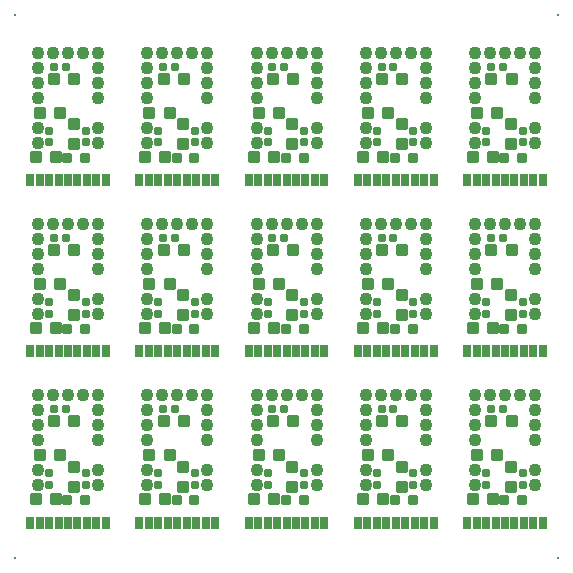
<source format=gts>
G04*
G04 #@! TF.GenerationSoftware,Altium Limited,Altium Designer,21.5.1 (32)*
G04*
G04 Layer_Color=8388736*
%FSLAX25Y25*%
%MOIN*%
G70*
G04*
G04 #@! TF.SameCoordinates,71E6ED38-6368-4ADE-B46C-8FBAD5B099F3*
G04*
G04*
G04 #@! TF.FilePolarity,Negative*
G04*
G01*
G75*
G04:AMPARAMS|DCode=23|XSize=43.31mil|YSize=39.37mil|CornerRadius=6.4mil|HoleSize=0mil|Usage=FLASHONLY|Rotation=270.000|XOffset=0mil|YOffset=0mil|HoleType=Round|Shape=RoundedRectangle|*
%AMROUNDEDRECTD23*
21,1,0.04331,0.02657,0,0,270.0*
21,1,0.03051,0.03937,0,0,270.0*
1,1,0.01280,-0.01329,-0.01526*
1,1,0.01280,-0.01329,0.01526*
1,1,0.01280,0.01329,0.01526*
1,1,0.01280,0.01329,-0.01526*
%
%ADD23ROUNDEDRECTD23*%
G04:AMPARAMS|DCode=24|XSize=43.31mil|YSize=39.37mil|CornerRadius=6.4mil|HoleSize=0mil|Usage=FLASHONLY|Rotation=180.000|XOffset=0mil|YOffset=0mil|HoleType=Round|Shape=RoundedRectangle|*
%AMROUNDEDRECTD24*
21,1,0.04331,0.02657,0,0,180.0*
21,1,0.03051,0.03937,0,0,180.0*
1,1,0.01280,-0.01526,0.01329*
1,1,0.01280,0.01526,0.01329*
1,1,0.01280,0.01526,-0.01329*
1,1,0.01280,-0.01526,-0.01329*
%
%ADD24ROUNDEDRECTD24*%
%ADD25R,0.02756X0.04331*%
G04:AMPARAMS|DCode=26|XSize=35.43mil|YSize=35.43mil|CornerRadius=5.91mil|HoleSize=0mil|Usage=FLASHONLY|Rotation=180.000|XOffset=0mil|YOffset=0mil|HoleType=Round|Shape=RoundedRectangle|*
%AMROUNDEDRECTD26*
21,1,0.03543,0.02362,0,0,180.0*
21,1,0.02362,0.03543,0,0,180.0*
1,1,0.01181,-0.01181,0.01181*
1,1,0.01181,0.01181,0.01181*
1,1,0.01181,0.01181,-0.01181*
1,1,0.01181,-0.01181,-0.01181*
%
%ADD26ROUNDEDRECTD26*%
G04:AMPARAMS|DCode=27|XSize=23.62mil|YSize=27.56mil|CornerRadius=3.94mil|HoleSize=0mil|Usage=FLASHONLY|Rotation=180.000|XOffset=0mil|YOffset=0mil|HoleType=Round|Shape=RoundedRectangle|*
%AMROUNDEDRECTD27*
21,1,0.02362,0.01968,0,0,180.0*
21,1,0.01575,0.02756,0,0,180.0*
1,1,0.00787,-0.00787,0.00984*
1,1,0.00787,0.00787,0.00984*
1,1,0.00787,0.00787,-0.00984*
1,1,0.00787,-0.00787,-0.00984*
%
%ADD27ROUNDEDRECTD27*%
G04:AMPARAMS|DCode=28|XSize=23.62mil|YSize=27.56mil|CornerRadius=3.94mil|HoleSize=0mil|Usage=FLASHONLY|Rotation=90.000|XOffset=0mil|YOffset=0mil|HoleType=Round|Shape=RoundedRectangle|*
%AMROUNDEDRECTD28*
21,1,0.02362,0.01968,0,0,90.0*
21,1,0.01575,0.02756,0,0,90.0*
1,1,0.00787,0.00984,0.00787*
1,1,0.00787,0.00984,-0.00787*
1,1,0.00787,-0.00984,-0.00787*
1,1,0.00787,-0.00984,0.00787*
%
%ADD28ROUNDEDRECTD28*%
%ADD29C,0.00800*%
%ADD30C,0.04331*%
D23*
X14764Y27559D02*
D03*
X21457D02*
D03*
X27756Y53543D02*
D03*
X21063D02*
D03*
X16339Y42126D02*
D03*
X23031D02*
D03*
X51181Y27559D02*
D03*
X57874D02*
D03*
X64173Y53543D02*
D03*
X57480D02*
D03*
X52756Y42126D02*
D03*
X59449D02*
D03*
X87598Y27559D02*
D03*
X94291D02*
D03*
X100591Y53543D02*
D03*
X93898D02*
D03*
X89173Y42126D02*
D03*
X95866D02*
D03*
X124016Y27559D02*
D03*
X130709D02*
D03*
X137008Y53543D02*
D03*
X130315D02*
D03*
X125591Y42126D02*
D03*
X132283D02*
D03*
X160433Y27559D02*
D03*
X167126D02*
D03*
X173425Y53543D02*
D03*
X166732D02*
D03*
X162008Y42126D02*
D03*
X168701D02*
D03*
X14764Y84646D02*
D03*
X21457D02*
D03*
X27756Y110630D02*
D03*
X21063D02*
D03*
X16339Y99213D02*
D03*
X23031D02*
D03*
X51181Y84646D02*
D03*
X57874D02*
D03*
X64173Y110630D02*
D03*
X57480D02*
D03*
X52756Y99213D02*
D03*
X59449D02*
D03*
X87598Y84646D02*
D03*
X94291D02*
D03*
X100591Y110630D02*
D03*
X93898D02*
D03*
X89173Y99213D02*
D03*
X95866D02*
D03*
X124016Y84646D02*
D03*
X130709D02*
D03*
X137008Y110630D02*
D03*
X130315D02*
D03*
X125591Y99213D02*
D03*
X132283D02*
D03*
X160433Y84646D02*
D03*
X167126D02*
D03*
X173425Y110630D02*
D03*
X166732D02*
D03*
X162008Y99213D02*
D03*
X168701D02*
D03*
X14764Y141732D02*
D03*
X21457D02*
D03*
X27756Y167717D02*
D03*
X21063D02*
D03*
X16339Y156299D02*
D03*
X23031D02*
D03*
X51181Y141732D02*
D03*
X57874D02*
D03*
X64173Y167717D02*
D03*
X57480D02*
D03*
X52756Y156299D02*
D03*
X59449D02*
D03*
X87598Y141732D02*
D03*
X94291D02*
D03*
X100591Y167717D02*
D03*
X93898D02*
D03*
X89173Y156299D02*
D03*
X95866D02*
D03*
X124016Y141732D02*
D03*
X130709D02*
D03*
X137008Y167717D02*
D03*
X130315D02*
D03*
X125591Y156299D02*
D03*
X132283D02*
D03*
X160433Y141732D02*
D03*
X167126D02*
D03*
X173425Y167717D02*
D03*
X166732D02*
D03*
X162008Y156299D02*
D03*
X168701D02*
D03*
D24*
X27559Y38386D02*
D03*
Y31693D02*
D03*
X63976Y38386D02*
D03*
Y31693D02*
D03*
X100394Y38386D02*
D03*
Y31693D02*
D03*
X136811Y38386D02*
D03*
Y31693D02*
D03*
X173228Y38386D02*
D03*
Y31693D02*
D03*
X27559Y95473D02*
D03*
Y88779D02*
D03*
X63976Y95473D02*
D03*
Y88779D02*
D03*
X100394Y95473D02*
D03*
Y88779D02*
D03*
X136811Y95473D02*
D03*
Y88779D02*
D03*
X173228Y95473D02*
D03*
Y88779D02*
D03*
X27559Y152559D02*
D03*
Y145866D02*
D03*
X63976Y152559D02*
D03*
Y145866D02*
D03*
X100394Y152559D02*
D03*
Y145866D02*
D03*
X136811Y152559D02*
D03*
Y145866D02*
D03*
X173228Y152559D02*
D03*
Y145866D02*
D03*
D25*
X25591Y19685D02*
D03*
X16142D02*
D03*
X38189D02*
D03*
X35039D02*
D03*
X19291D02*
D03*
X31890D02*
D03*
X28740D02*
D03*
X22441D02*
D03*
X12992D02*
D03*
X62008D02*
D03*
X52559D02*
D03*
X74606D02*
D03*
X71457D02*
D03*
X55709D02*
D03*
X68307D02*
D03*
X65158D02*
D03*
X58858D02*
D03*
X49409D02*
D03*
X98425D02*
D03*
X88976D02*
D03*
X111024D02*
D03*
X107874D02*
D03*
X92126D02*
D03*
X104724D02*
D03*
X101575D02*
D03*
X95276D02*
D03*
X85827D02*
D03*
X134843D02*
D03*
X125394D02*
D03*
X147441D02*
D03*
X144291D02*
D03*
X128543D02*
D03*
X141142D02*
D03*
X137992D02*
D03*
X131693D02*
D03*
X122244D02*
D03*
X171260D02*
D03*
X161811D02*
D03*
X183858D02*
D03*
X180709D02*
D03*
X164961D02*
D03*
X177559D02*
D03*
X174409D02*
D03*
X168110D02*
D03*
X158661D02*
D03*
X25591Y76772D02*
D03*
X16142D02*
D03*
X38189D02*
D03*
X35039D02*
D03*
X19291D02*
D03*
X31890D02*
D03*
X28740D02*
D03*
X22441D02*
D03*
X12992D02*
D03*
X62008D02*
D03*
X52559D02*
D03*
X74606D02*
D03*
X71457D02*
D03*
X55709D02*
D03*
X68307D02*
D03*
X65158D02*
D03*
X58858D02*
D03*
X49409D02*
D03*
X98425D02*
D03*
X88976D02*
D03*
X111024D02*
D03*
X107874D02*
D03*
X92126D02*
D03*
X104724D02*
D03*
X101575D02*
D03*
X95276D02*
D03*
X85827D02*
D03*
X134843D02*
D03*
X125394D02*
D03*
X147441D02*
D03*
X144291D02*
D03*
X128543D02*
D03*
X141142D02*
D03*
X137992D02*
D03*
X131693D02*
D03*
X122244D02*
D03*
X171260D02*
D03*
X161811D02*
D03*
X183858D02*
D03*
X180709D02*
D03*
X164961D02*
D03*
X177559D02*
D03*
X174409D02*
D03*
X168110D02*
D03*
X158661D02*
D03*
X25591Y133858D02*
D03*
X16142D02*
D03*
X38189D02*
D03*
X35039D02*
D03*
X19291D02*
D03*
X31890D02*
D03*
X28740D02*
D03*
X22441D02*
D03*
X12992D02*
D03*
X62008D02*
D03*
X52559D02*
D03*
X74606D02*
D03*
X71457D02*
D03*
X55709D02*
D03*
X68307D02*
D03*
X65158D02*
D03*
X58858D02*
D03*
X49409D02*
D03*
X98425D02*
D03*
X88976D02*
D03*
X111024D02*
D03*
X107874D02*
D03*
X92126D02*
D03*
X104724D02*
D03*
X101575D02*
D03*
X95276D02*
D03*
X85827D02*
D03*
X134843D02*
D03*
X125394D02*
D03*
X147441D02*
D03*
X144291D02*
D03*
X128543D02*
D03*
X141142D02*
D03*
X137992D02*
D03*
X131693D02*
D03*
X122244D02*
D03*
X171260D02*
D03*
X161811D02*
D03*
X183858D02*
D03*
X180709D02*
D03*
X164961D02*
D03*
X177559D02*
D03*
X174409D02*
D03*
X168110D02*
D03*
X158661D02*
D03*
D26*
X25394Y27165D02*
D03*
X31299D02*
D03*
X61811D02*
D03*
X67716D02*
D03*
X98228D02*
D03*
X104134D02*
D03*
X134646D02*
D03*
X140551D02*
D03*
X171063D02*
D03*
X176969D02*
D03*
X25394Y84252D02*
D03*
X31299D02*
D03*
X61811D02*
D03*
X67716D02*
D03*
X98228D02*
D03*
X104134D02*
D03*
X134646D02*
D03*
X140551D02*
D03*
X171063D02*
D03*
X176969D02*
D03*
X25394Y141339D02*
D03*
X31299D02*
D03*
X61811D02*
D03*
X67716D02*
D03*
X98228D02*
D03*
X104134D02*
D03*
X134646D02*
D03*
X140551D02*
D03*
X171063D02*
D03*
X176969D02*
D03*
D27*
X31496Y36220D02*
D03*
Y32283D02*
D03*
X19291D02*
D03*
Y36220D02*
D03*
X67913D02*
D03*
Y32283D02*
D03*
X55709D02*
D03*
Y36220D02*
D03*
X104331D02*
D03*
Y32283D02*
D03*
X92126D02*
D03*
Y36220D02*
D03*
X140748D02*
D03*
Y32283D02*
D03*
X128543D02*
D03*
Y36220D02*
D03*
X177165D02*
D03*
Y32283D02*
D03*
X164961D02*
D03*
Y36220D02*
D03*
X31496Y93307D02*
D03*
Y89370D02*
D03*
X19291D02*
D03*
Y93307D02*
D03*
X67913D02*
D03*
Y89370D02*
D03*
X55709D02*
D03*
Y93307D02*
D03*
X104331D02*
D03*
Y89370D02*
D03*
X92126D02*
D03*
Y93307D02*
D03*
X140748D02*
D03*
Y89370D02*
D03*
X128543D02*
D03*
Y93307D02*
D03*
X177165D02*
D03*
Y89370D02*
D03*
X164961D02*
D03*
Y93307D02*
D03*
X31496Y150394D02*
D03*
Y146457D02*
D03*
X19291D02*
D03*
Y150394D02*
D03*
X67913D02*
D03*
Y146457D02*
D03*
X55709D02*
D03*
Y150394D02*
D03*
X104331D02*
D03*
Y146457D02*
D03*
X92126D02*
D03*
Y150394D02*
D03*
X140748D02*
D03*
Y146457D02*
D03*
X128543D02*
D03*
Y150394D02*
D03*
X177165D02*
D03*
Y146457D02*
D03*
X164961D02*
D03*
Y150394D02*
D03*
D28*
X24803Y57480D02*
D03*
X20866D02*
D03*
X61221D02*
D03*
X57284D02*
D03*
X97638D02*
D03*
X93701D02*
D03*
X134055D02*
D03*
X130118D02*
D03*
X170473D02*
D03*
X166535D02*
D03*
X24803Y114567D02*
D03*
X20866D02*
D03*
X61221D02*
D03*
X57284D02*
D03*
X97638D02*
D03*
X93701D02*
D03*
X134055D02*
D03*
X130118D02*
D03*
X170473D02*
D03*
X166535D02*
D03*
X24803Y171654D02*
D03*
X20866D02*
D03*
X61221D02*
D03*
X57284D02*
D03*
X97638D02*
D03*
X93701D02*
D03*
X134055D02*
D03*
X130118D02*
D03*
X170473D02*
D03*
X166535D02*
D03*
D29*
X7874Y188976D02*
D03*
X188976D02*
D03*
Y7874D02*
D03*
X7874D02*
D03*
D30*
X15590Y62244D02*
D03*
X30591D02*
D03*
X25591D02*
D03*
X20591D02*
D03*
X15590Y57244D02*
D03*
Y52244D02*
D03*
Y47244D02*
D03*
Y37244D02*
D03*
Y32244D02*
D03*
X35591D02*
D03*
Y37244D02*
D03*
Y47244D02*
D03*
Y52244D02*
D03*
Y57244D02*
D03*
Y62244D02*
D03*
X52008D02*
D03*
X67008D02*
D03*
X62008D02*
D03*
X57008D02*
D03*
X52008Y57244D02*
D03*
Y52244D02*
D03*
Y47244D02*
D03*
Y37244D02*
D03*
Y32244D02*
D03*
X72008D02*
D03*
Y37244D02*
D03*
Y47244D02*
D03*
Y52244D02*
D03*
Y57244D02*
D03*
Y62244D02*
D03*
X88425D02*
D03*
X103425D02*
D03*
X98425D02*
D03*
X93425D02*
D03*
X88425Y57244D02*
D03*
Y52244D02*
D03*
Y47244D02*
D03*
Y37244D02*
D03*
Y32244D02*
D03*
X108425D02*
D03*
Y37244D02*
D03*
Y47244D02*
D03*
Y52244D02*
D03*
Y57244D02*
D03*
Y62244D02*
D03*
X124843D02*
D03*
X139842D02*
D03*
X134843D02*
D03*
X129842D02*
D03*
X124843Y57244D02*
D03*
Y52244D02*
D03*
Y47244D02*
D03*
Y37244D02*
D03*
Y32244D02*
D03*
X144843D02*
D03*
Y37244D02*
D03*
Y47244D02*
D03*
Y52244D02*
D03*
Y57244D02*
D03*
Y62244D02*
D03*
X161260D02*
D03*
X176260D02*
D03*
X171260D02*
D03*
X166260D02*
D03*
X161260Y57244D02*
D03*
Y52244D02*
D03*
Y47244D02*
D03*
Y37244D02*
D03*
Y32244D02*
D03*
X181260D02*
D03*
Y37244D02*
D03*
Y47244D02*
D03*
Y52244D02*
D03*
Y57244D02*
D03*
Y62244D02*
D03*
X15590Y119331D02*
D03*
X30591D02*
D03*
X25591D02*
D03*
X20591D02*
D03*
X15590Y114331D02*
D03*
Y109331D02*
D03*
Y104331D02*
D03*
Y94331D02*
D03*
Y89331D02*
D03*
X35591D02*
D03*
Y94331D02*
D03*
Y104331D02*
D03*
Y109331D02*
D03*
Y114331D02*
D03*
Y119331D02*
D03*
X52008D02*
D03*
X67008D02*
D03*
X62008D02*
D03*
X57008D02*
D03*
X52008Y114331D02*
D03*
Y109331D02*
D03*
Y104331D02*
D03*
Y94331D02*
D03*
Y89331D02*
D03*
X72008D02*
D03*
Y94331D02*
D03*
Y104331D02*
D03*
Y109331D02*
D03*
Y114331D02*
D03*
Y119331D02*
D03*
X88425D02*
D03*
X103425D02*
D03*
X98425D02*
D03*
X93425D02*
D03*
X88425Y114331D02*
D03*
Y109331D02*
D03*
Y104331D02*
D03*
Y94331D02*
D03*
Y89331D02*
D03*
X108425D02*
D03*
Y94331D02*
D03*
Y104331D02*
D03*
Y109331D02*
D03*
Y114331D02*
D03*
Y119331D02*
D03*
X124843D02*
D03*
X139842D02*
D03*
X134843D02*
D03*
X129842D02*
D03*
X124843Y114331D02*
D03*
Y109331D02*
D03*
Y104331D02*
D03*
Y94331D02*
D03*
Y89331D02*
D03*
X144843D02*
D03*
Y94331D02*
D03*
Y104331D02*
D03*
Y109331D02*
D03*
Y114331D02*
D03*
Y119331D02*
D03*
X161260D02*
D03*
X176260D02*
D03*
X171260D02*
D03*
X166260D02*
D03*
X161260Y114331D02*
D03*
Y109331D02*
D03*
Y104331D02*
D03*
Y94331D02*
D03*
Y89331D02*
D03*
X181260D02*
D03*
Y94331D02*
D03*
Y104331D02*
D03*
Y109331D02*
D03*
Y114331D02*
D03*
Y119331D02*
D03*
X15590Y176417D02*
D03*
X30591D02*
D03*
X25591D02*
D03*
X20591D02*
D03*
X15590Y171417D02*
D03*
Y166417D02*
D03*
Y161417D02*
D03*
Y151417D02*
D03*
Y146417D02*
D03*
X35591D02*
D03*
Y151417D02*
D03*
Y161417D02*
D03*
Y166417D02*
D03*
Y171417D02*
D03*
Y176417D02*
D03*
X52008D02*
D03*
X67008D02*
D03*
X62008D02*
D03*
X57008D02*
D03*
X52008Y171417D02*
D03*
Y166417D02*
D03*
Y161417D02*
D03*
Y151417D02*
D03*
Y146417D02*
D03*
X72008D02*
D03*
Y151417D02*
D03*
Y161417D02*
D03*
Y166417D02*
D03*
Y171417D02*
D03*
Y176417D02*
D03*
X88425D02*
D03*
X103425D02*
D03*
X98425D02*
D03*
X93425D02*
D03*
X88425Y171417D02*
D03*
Y166417D02*
D03*
Y161417D02*
D03*
Y151417D02*
D03*
Y146417D02*
D03*
X108425D02*
D03*
Y151417D02*
D03*
Y161417D02*
D03*
Y166417D02*
D03*
Y171417D02*
D03*
Y176417D02*
D03*
X124843D02*
D03*
X139842D02*
D03*
X134843D02*
D03*
X129842D02*
D03*
X124843Y171417D02*
D03*
Y166417D02*
D03*
Y161417D02*
D03*
Y151417D02*
D03*
Y146417D02*
D03*
X144843D02*
D03*
Y151417D02*
D03*
Y161417D02*
D03*
Y166417D02*
D03*
Y171417D02*
D03*
Y176417D02*
D03*
X161260D02*
D03*
X176260D02*
D03*
X171260D02*
D03*
X166260D02*
D03*
X161260Y171417D02*
D03*
Y166417D02*
D03*
Y161417D02*
D03*
Y151417D02*
D03*
Y146417D02*
D03*
X181260D02*
D03*
Y151417D02*
D03*
Y161417D02*
D03*
Y166417D02*
D03*
Y171417D02*
D03*
Y176417D02*
D03*
M02*

</source>
